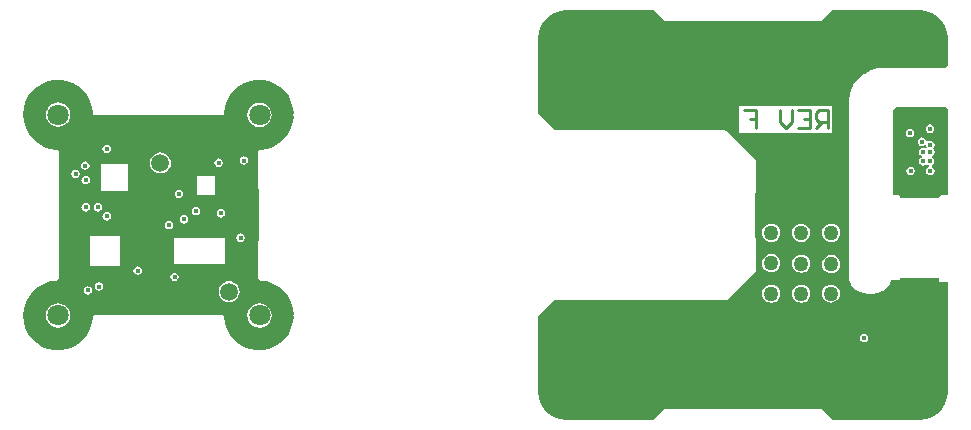
<source format=gbl>
G04 Layer_Physical_Order=4*
G04 Layer_Color=16711680*
%FSAX42Y42*%
%MOMM*%
G71*
G01*
G75*
%ADD23C,0.25*%
%ADD24C,4.10*%
%ADD25C,1.80*%
%ADD26C,1.50*%
%ADD28C,0.45*%
%ADD29C,1.27*%
G36*
X013432Y007396D02*
Y006669D01*
X013375D01*
X013365Y006665D01*
X013361Y006655D01*
Y006643D01*
X013032D01*
Y006655D01*
X013028Y006665D01*
X013019Y006669D01*
X012965D01*
Y007371D01*
X012966Y007381D01*
X012970Y007390D01*
X012975Y007397D01*
X012988Y007407D01*
X013003Y007413D01*
X013020Y007415D01*
X013414D01*
X013432Y007396D01*
D02*
G37*
G36*
X005974Y007636D02*
X006025Y007618D01*
X006072Y007591D01*
X006112Y007556D01*
X006146Y007514D01*
X006172Y007467D01*
X006189Y007415D01*
X006196Y007360D01*
X006197Y007358D01*
X006197Y007356D01*
X006198Y007355D01*
X006198Y007354D01*
X006199Y007353D01*
X006201Y007351D01*
X006202Y007350D01*
X006202Y007349D01*
X006204Y007348D01*
X006206Y007347D01*
X006207Y007347D01*
X006208Y007346D01*
X006210Y007346D01*
X006213Y007346D01*
X007288Y007346D01*
X007290Y007346D01*
X007292Y007346D01*
X007293Y007347D01*
X007294Y007347D01*
X007296Y007348D01*
X007298Y007349D01*
X007299Y007350D01*
X007300Y007351D01*
X007301Y007353D01*
X007302Y007354D01*
X007303Y007355D01*
X007303Y007356D01*
X007304Y007358D01*
X007304Y007360D01*
X007312Y007415D01*
X007328Y007466D01*
X007354Y007513D01*
X007388Y007555D01*
X007428Y007590D01*
X007475Y007617D01*
X007525Y007635D01*
X007578Y007643D01*
X007632Y007642D01*
X007684Y007632D01*
X007734Y007612D01*
X007779Y007583D01*
X007819Y007547D01*
X007851Y007504D01*
X007875Y007456D01*
X007889Y007404D01*
X007894Y007356D01*
X007894Y007356D01*
X007894Y007355D01*
X007893Y007354D01*
X007893Y007354D01*
X007893Y007353D01*
X007893Y007353D01*
X007893Y007352D01*
X007893Y007351D01*
X007893Y007351D01*
X007893Y007350D01*
X007893Y007350D01*
X007893Y007349D01*
X007893Y007349D01*
X007893Y007348D01*
X007893Y007347D01*
X007893Y007347D01*
X007893Y007346D01*
X007893Y007346D01*
X007893Y007345D01*
X007893Y007345D01*
X007893Y007344D01*
X007894Y007343D01*
X007894Y007343D01*
X007894Y007342D01*
X007889Y007292D01*
X007873Y007238D01*
X007847Y007188D01*
X007812Y007144D01*
X007769Y007108D01*
X007720Y007080D01*
X007667Y007062D01*
X007610Y007054D01*
X007608Y007053D01*
X007606Y007053D01*
X007605Y007052D01*
X007604Y007052D01*
X007602Y007051D01*
X007600Y007049D01*
X007600Y007048D01*
X007599Y007048D01*
X007598Y007046D01*
X007597Y007044D01*
X007596Y007043D01*
X007596Y007042D01*
X007596Y007040D01*
X007595Y007037D01*
Y006736D01*
X007595Y006736D01*
X007595Y006735D01*
X007595Y006734D01*
X007594Y006734D01*
X007594Y006733D01*
X007594Y006733D01*
X007594Y006732D01*
X007594Y006732D01*
X007594Y006731D01*
X007594Y006730D01*
X007593Y006730D01*
X007594Y006729D01*
X007593Y006729D01*
X007594Y006728D01*
X007593Y006727D01*
X007594Y006727D01*
X007593Y006726D01*
X007594Y006726D01*
X007594Y006725D01*
X007594Y006725D01*
X007594Y006724D01*
X007594Y006723D01*
X007594Y006723D01*
X007594Y006722D01*
X007594Y006722D01*
X007595Y006721D01*
X007595Y006721D01*
X007595Y006720D01*
X007595Y006719D01*
X007596Y006719D01*
X007596Y006719D01*
X007596Y006718D01*
X007597Y006718D01*
X007597Y006717D01*
X007597Y006717D01*
X007598Y006716D01*
X007598Y006716D01*
X007598Y006700D01*
X007598Y006700D01*
Y006655D01*
X007598Y006654D01*
X007597Y006285D01*
X007597Y006285D01*
X007597Y006285D01*
X007597Y006285D01*
X007596Y006284D01*
X007596Y006284D01*
X007596Y006283D01*
X007596Y006283D01*
X007595Y006282D01*
X007595Y006281D01*
X007595Y006281D01*
X007594Y006280D01*
X007594Y006280D01*
X007594Y006279D01*
X007594Y006279D01*
X007594Y006278D01*
X007594Y006277D01*
X007594Y006277D01*
X007594Y006276D01*
X007594Y006276D01*
X007594Y006275D01*
X007594Y006275D01*
X007594Y006274D01*
X007594Y006273D01*
X007594Y006273D01*
X007594Y006272D01*
X007594Y006272D01*
X007594Y006271D01*
X007594Y006271D01*
X007594Y006270D01*
X007594Y006269D01*
X007594Y006269D01*
X007594Y006268D01*
X007595Y006268D01*
X007595Y006267D01*
X007595Y006267D01*
X007595Y006266D01*
Y005962D01*
X007596Y005960D01*
X007596Y005958D01*
X007596Y005957D01*
X007597Y005956D01*
X007598Y005954D01*
X007599Y005952D01*
X007600Y005951D01*
X007600Y005950D01*
X007602Y005949D01*
X007604Y005948D01*
X007605Y005947D01*
X007606Y005947D01*
X007608Y005946D01*
X007610Y005946D01*
X007667Y005938D01*
X007720Y005920D01*
X007769Y005892D01*
X007812Y005856D01*
X007847Y005812D01*
X007873Y005762D01*
X007889Y005708D01*
X007894Y005657D01*
X007894Y005657D01*
X007894Y005657D01*
X007894Y005656D01*
X007893Y005655D01*
X007893Y005655D01*
X007893Y005654D01*
X007893Y005654D01*
X007893Y005653D01*
X007893Y005652D01*
X007893Y005652D01*
X007893Y005651D01*
X007893Y005651D01*
X007893Y005650D01*
X007893Y005650D01*
X007893Y005649D01*
X007893Y005648D01*
X007893Y005647D01*
X007893Y005647D01*
X007893Y005646D01*
X007893Y005646D01*
X007894Y005646D01*
X007894Y005645D01*
X007894Y005644D01*
X007894Y005644D01*
X007889Y005595D01*
X007875Y005544D01*
X007851Y005496D01*
X007819Y005453D01*
X007779Y005417D01*
X007734Y005388D01*
X007684Y005368D01*
X007632Y005357D01*
X007578Y005356D01*
X007525Y005365D01*
X007475Y005383D01*
X007428Y005410D01*
X007388Y005445D01*
X007354Y005487D01*
X007328Y005534D01*
X007312Y005585D01*
X007304Y005639D01*
X007304Y005641D01*
X007303Y005644D01*
X007303Y005645D01*
X007302Y005646D01*
X007301Y005647D01*
X007300Y005649D01*
X007299Y005650D01*
X007298Y005651D01*
X007296Y005652D01*
X007294Y005653D01*
X007293Y005653D01*
X007292Y005653D01*
X007290Y005654D01*
X007288Y005654D01*
X006213D01*
X006210Y005654D01*
X006208Y005653D01*
X006207Y005653D01*
X006206Y005653D01*
X006204Y005652D01*
X006202Y005651D01*
X006202Y005650D01*
X006201Y005649D01*
X006199Y005647D01*
X006198Y005646D01*
X006198Y005645D01*
X006197Y005644D01*
X006197Y005641D01*
X006196Y005639D01*
X006189Y005584D01*
X006172Y005533D01*
X006146Y005486D01*
X006112Y005444D01*
X006072Y005409D01*
X006025Y005382D01*
X005974Y005364D01*
X005921Y005355D01*
X005867Y005356D01*
X005814Y005367D01*
X005764Y005387D01*
X005719Y005416D01*
X005680Y005453D01*
X005647Y005496D01*
X005624Y005544D01*
X005609Y005596D01*
X005604Y005650D01*
X005610Y005706D01*
X005626Y005760D01*
X005652Y005810D01*
X005687Y005855D01*
X005730Y005892D01*
X005779Y005920D01*
X005832Y005938D01*
X005890Y005946D01*
X005892Y005946D01*
X005894Y005947D01*
X005895Y005947D01*
X005896Y005948D01*
X005898Y005949D01*
X005899Y005950D01*
X005900Y005951D01*
X005901Y005952D01*
X005902Y005954D01*
X005903Y005956D01*
X005903Y005957D01*
X005904Y005958D01*
X005904Y005960D01*
X005904Y005962D01*
Y007037D01*
X005904Y007040D01*
X005904Y007042D01*
X005903Y007043D01*
X005903Y007044D01*
X005902Y007046D01*
X005901Y007048D01*
X005900Y007048D01*
X005899Y007049D01*
X005898Y007051D01*
X005896Y007052D01*
X005895Y007052D01*
X005894Y007053D01*
X005892Y007053D01*
X005890Y007054D01*
X005832Y007062D01*
X005779Y007080D01*
X005730Y007108D01*
X005687Y007145D01*
X005652Y007189D01*
X005626Y007240D01*
X005610Y007294D01*
X005604Y007350D01*
X005609Y007404D01*
X005624Y007455D01*
X005647Y007504D01*
X005680Y007547D01*
X005719Y007584D01*
X005764Y007613D01*
X005814Y007633D01*
X005867Y007644D01*
X005921Y007645D01*
X005974Y007636D01*
D02*
G37*
G36*
X013251Y008227D02*
X013300Y008210D01*
X013345Y008182D01*
X013382Y008145D01*
X013409Y008101D01*
X013427Y008052D01*
X013432Y007999D01*
Y007770D01*
X013411Y007749D01*
X012897D01*
X012896Y007748D01*
X012895Y007748D01*
X012839Y007743D01*
X012838Y007742D01*
X012836Y007742D01*
X012782Y007726D01*
X012781Y007725D01*
X012779Y007725D01*
X012730Y007698D01*
X012728Y007697D01*
X012727Y007696D01*
X012684Y007661D01*
X012683Y007660D01*
X012682Y007660D01*
X012675Y007652D01*
X012674Y007651D01*
X012673Y007650D01*
X012633Y007598D01*
X012632Y007596D01*
X012631Y007595D01*
X012606Y007534D01*
X012606Y007532D01*
X012605Y007530D01*
X012596Y007465D01*
X012596Y007464D01*
X012596Y007462D01*
Y005971D01*
X012596Y005970D01*
X012596Y005969D01*
X012600Y005942D01*
X012601Y005940D01*
X012601Y005938D01*
X012611Y005913D01*
X012613Y005911D01*
X012614Y005909D01*
X012630Y005888D01*
X012632Y005886D01*
X012633Y005884D01*
X012669Y005857D01*
X012671Y005856D01*
X012673Y005855D01*
X012715Y005837D01*
X012717Y005837D01*
X012719Y005836D01*
X012764Y005830D01*
X012765Y005830D01*
X012766Y005830D01*
X012789D01*
X012790Y005830D01*
X012791Y005830D01*
X012833Y005836D01*
X012835Y005837D01*
X012838Y005837D01*
X012877Y005854D01*
X012879Y005855D01*
X012881Y005856D01*
X012915Y005882D01*
X012917Y005884D01*
X012918Y005885D01*
X012942Y005916D01*
X012943Y005918D01*
X012944Y005919D01*
X012956Y005948D01*
X013019D01*
X013028Y005952D01*
X013032Y005961D01*
Y005970D01*
X013361D01*
Y005944D01*
X013365Y005935D01*
X013375Y005931D01*
X013432D01*
Y005001D01*
X013427Y004948D01*
X013409Y004899D01*
X013382Y004855D01*
X013345Y004818D01*
X013300Y004790D01*
X013251Y004773D01*
X013198Y004767D01*
X012456D01*
X012367Y004856D01*
X012362Y004860D01*
X012355Y004861D01*
X011043D01*
X011037Y004860D01*
X011032Y004856D01*
X010942Y004767D01*
X010200D01*
X010147Y004773D01*
X010098Y004790D01*
X010054Y004818D01*
X010017Y004855D01*
X009989Y004899D01*
X009972Y004948D01*
X009966Y005001D01*
Y005643D01*
X010106Y005783D01*
X011557D01*
X011564Y005784D01*
X011569Y005788D01*
X011802Y006021D01*
X011806Y006026D01*
X011807Y006032D01*
Y006300D01*
X011806Y006306D01*
X011803Y006310D01*
Y006350D01*
X011801Y006355D01*
X011800Y006685D01*
X011804Y006688D01*
X011808Y006693D01*
X011809Y006700D01*
Y006957D01*
X011808Y006963D01*
X011804Y006969D01*
X011561Y007212D01*
X011556Y007215D01*
X011549Y007217D01*
X010106D01*
X009966Y007357D01*
Y007999D01*
X009972Y008052D01*
X009989Y008101D01*
X010017Y008145D01*
X010054Y008182D01*
X010098Y008210D01*
X010147Y008227D01*
X010200Y008233D01*
X010942D01*
X011032Y008144D01*
X011037Y008140D01*
X011043Y008139D01*
X012355D01*
X012362Y008140D01*
X012367Y008144D01*
X012456Y008233D01*
X013198D01*
X013251Y008227D01*
D02*
G37*
%LPC*%
G36*
X006426Y006325D02*
X006172D01*
Y006071D01*
X006426D01*
Y006325D01*
D02*
G37*
G36*
X007315Y006304D02*
X006883D01*
Y006088D01*
X007315D01*
Y006304D01*
D02*
G37*
G36*
X012446Y006160D02*
X012426Y006158D01*
X012408Y006150D01*
X012392Y006138D01*
X012379Y006122D01*
X012372Y006103D01*
X012369Y006083D01*
X012372Y006063D01*
X012379Y006045D01*
X012392Y006029D01*
X012408Y006017D01*
X012426Y006009D01*
X012446Y006006D01*
X012466Y006009D01*
X012484Y006017D01*
X012500Y006029D01*
X012513Y006045D01*
X012520Y006063D01*
X012523Y006083D01*
X012520Y006103D01*
X012513Y006122D01*
X012500Y006138D01*
X012484Y006150D01*
X012466Y006158D01*
X012446Y006160D01*
D02*
G37*
G36*
X012192Y006165D02*
X012172Y006163D01*
X012154Y006155D01*
X012138Y006143D01*
X012125Y006127D01*
X012118Y006108D01*
X012115Y006088D01*
X012118Y006068D01*
X012125Y006050D01*
X012138Y006034D01*
X012154Y006022D01*
X012172Y006014D01*
X012192Y006012D01*
X012212Y006014D01*
X012230Y006022D01*
X012246Y006034D01*
X012259Y006050D01*
X012266Y006068D01*
X012269Y006088D01*
X012266Y006108D01*
X012259Y006127D01*
X012246Y006143D01*
X012230Y006155D01*
X012212Y006163D01*
X012192Y006165D01*
D02*
G37*
G36*
X011938Y006170D02*
X011918Y006168D01*
X011900Y006160D01*
X011884Y006148D01*
X011871Y006132D01*
X011864Y006113D01*
X011861Y006093D01*
X011864Y006074D01*
X011871Y006055D01*
X011884Y006039D01*
X011900Y006027D01*
X011918Y006019D01*
X011938Y006017D01*
X011958Y006019D01*
X011976Y006027D01*
X011992Y006039D01*
X012005Y006055D01*
X012012Y006074D01*
X012015Y006093D01*
X012012Y006113D01*
X012005Y006132D01*
X011992Y006148D01*
X011976Y006160D01*
X011958Y006168D01*
X011938Y006170D01*
D02*
G37*
G36*
X007445Y006345D02*
X007431Y006343D01*
X007419Y006335D01*
X007412Y006323D01*
X007409Y006309D01*
X007412Y006296D01*
X007419Y006284D01*
X007431Y006276D01*
X007445Y006273D01*
X007458Y006276D01*
X007470Y006284D01*
X007478Y006296D01*
X007481Y006309D01*
X007478Y006323D01*
X007470Y006335D01*
X007458Y006343D01*
X007445Y006345D01*
D02*
G37*
G36*
X006840Y006449D02*
X006826Y006447D01*
X006815Y006439D01*
X006807Y006427D01*
X006804Y006414D01*
X006807Y006400D01*
X006815Y006388D01*
X006826Y006380D01*
X006840Y006378D01*
X006854Y006380D01*
X006866Y006388D01*
X006873Y006400D01*
X006876Y006414D01*
X006873Y006427D01*
X006866Y006439D01*
X006854Y006447D01*
X006840Y006449D01*
D02*
G37*
G36*
X012446Y006427D02*
X012426Y006424D01*
X012408Y006417D01*
X012392Y006404D01*
X012379Y006388D01*
X012372Y006370D01*
X012369Y006350D01*
X012372Y006330D01*
X012379Y006312D01*
X012392Y006296D01*
X012408Y006283D01*
X012426Y006276D01*
X012446Y006273D01*
X012466Y006276D01*
X012484Y006283D01*
X012500Y006296D01*
X012513Y006312D01*
X012520Y006330D01*
X012523Y006350D01*
X012520Y006370D01*
X012513Y006388D01*
X012500Y006404D01*
X012484Y006417D01*
X012466Y006424D01*
X012446Y006427D01*
D02*
G37*
G36*
X011938D02*
X011918Y006424D01*
X011900Y006417D01*
X011884Y006404D01*
X011871Y006388D01*
X011864Y006370D01*
X011861Y006350D01*
X011864Y006330D01*
X011871Y006312D01*
X011884Y006296D01*
X011900Y006283D01*
X011918Y006276D01*
X011938Y006273D01*
X011958Y006276D01*
X011976Y006283D01*
X011992Y006296D01*
X012005Y006312D01*
X012012Y006330D01*
X012015Y006350D01*
X012012Y006370D01*
X012005Y006388D01*
X011992Y006404D01*
X011976Y006417D01*
X011958Y006424D01*
X011938Y006427D01*
D02*
G37*
G36*
X012191D02*
X012171Y006424D01*
X012153Y006417D01*
X012137Y006404D01*
X012125Y006388D01*
X012117Y006370D01*
X012114Y006350D01*
X012117Y006330D01*
X012125Y006312D01*
X012137Y006296D01*
X012153Y006283D01*
X012171Y006276D01*
X012191Y006273D01*
X012211Y006276D01*
X012230Y006283D01*
X012245Y006296D01*
X012258Y006312D01*
X012265Y006330D01*
X012268Y006350D01*
X012265Y006370D01*
X012258Y006388D01*
X012245Y006404D01*
X012230Y006417D01*
X012211Y006424D01*
X012191Y006427D01*
D02*
G37*
G36*
X011938Y005911D02*
X011918Y005909D01*
X011900Y005901D01*
X011884Y005889D01*
X011871Y005873D01*
X011864Y005854D01*
X011861Y005835D01*
X011864Y005815D01*
X011871Y005796D01*
X011884Y005780D01*
X011900Y005768D01*
X011918Y005760D01*
X011938Y005758D01*
X011958Y005760D01*
X011976Y005768D01*
X011992Y005780D01*
X012005Y005796D01*
X012012Y005815D01*
X012015Y005835D01*
X012012Y005854D01*
X012005Y005873D01*
X011992Y005889D01*
X011976Y005901D01*
X011958Y005909D01*
X011938Y005911D01*
D02*
G37*
G36*
X012192D02*
X012172Y005909D01*
X012154Y005901D01*
X012138Y005889D01*
X012125Y005873D01*
X012118Y005854D01*
X012115Y005835D01*
X012118Y005815D01*
X012125Y005796D01*
X012138Y005780D01*
X012154Y005768D01*
X012172Y005760D01*
X012192Y005758D01*
X012212Y005760D01*
X012230Y005768D01*
X012246Y005780D01*
X012259Y005796D01*
X012266Y005815D01*
X012269Y005835D01*
X012266Y005854D01*
X012259Y005873D01*
X012246Y005889D01*
X012230Y005901D01*
X012212Y005909D01*
X012192Y005911D01*
D02*
G37*
G36*
X005900Y005754D02*
X005874Y005751D01*
X005849Y005740D01*
X005827Y005724D01*
X005811Y005702D01*
X005800Y005678D01*
X005797Y005651D01*
X005800Y005624D01*
X005811Y005599D01*
X005827Y005577D01*
X005849Y005561D01*
X005874Y005551D01*
X005900Y005547D01*
X005927Y005551D01*
X005952Y005561D01*
X005974Y005577D01*
X005990Y005599D01*
X006000Y005624D01*
X006004Y005651D01*
X006000Y005678D01*
X005990Y005702D01*
X005974Y005724D01*
X005952Y005740D01*
X005927Y005751D01*
X005900Y005754D01*
D02*
G37*
G36*
X012724Y005494D02*
X012711Y005491D01*
X012699Y005484D01*
X012691Y005472D01*
X012688Y005458D01*
X012691Y005445D01*
X012699Y005433D01*
X012711Y005425D01*
X012724Y005422D01*
X012738Y005425D01*
X012750Y005433D01*
X012758Y005445D01*
X012760Y005458D01*
X012758Y005472D01*
X012750Y005484D01*
X012738Y005491D01*
X012724Y005494D01*
D02*
G37*
G36*
X007606Y005754D02*
X007579Y005750D01*
X007554Y005740D01*
X007533Y005723D01*
X007516Y005702D01*
X007506Y005677D01*
X007502Y005650D01*
X007506Y005623D01*
X007516Y005598D01*
X007533Y005577D01*
X007554Y005560D01*
X007579Y005550D01*
X007606Y005546D01*
X007633Y005550D01*
X007658Y005560D01*
X007679Y005577D01*
X007696Y005598D01*
X007706Y005623D01*
X007710Y005650D01*
X007706Y005677D01*
X007696Y005702D01*
X007679Y005723D01*
X007658Y005740D01*
X007633Y005750D01*
X007606Y005754D01*
D02*
G37*
G36*
X012443Y005912D02*
X012424Y005910D01*
X012405Y005902D01*
X012389Y005890D01*
X012377Y005874D01*
X012369Y005855D01*
X012367Y005835D01*
X012369Y005816D01*
X012377Y005797D01*
X012389Y005781D01*
X012405Y005769D01*
X012424Y005761D01*
X012443Y005759D01*
X012463Y005761D01*
X012482Y005769D01*
X012498Y005781D01*
X012510Y005797D01*
X012518Y005816D01*
X012520Y005835D01*
X012518Y005855D01*
X012510Y005874D01*
X012498Y005890D01*
X012482Y005902D01*
X012463Y005910D01*
X012443Y005912D01*
D02*
G37*
G36*
X006886Y006013D02*
X006872Y006010D01*
X006861Y006002D01*
X006853Y005990D01*
X006850Y005977D01*
X006853Y005963D01*
X006861Y005951D01*
X006872Y005943D01*
X006886Y005941D01*
X006900Y005943D01*
X006911Y005951D01*
X006919Y005963D01*
X006922Y005977D01*
X006919Y005990D01*
X006911Y006002D01*
X006900Y006010D01*
X006886Y006013D01*
D02*
G37*
G36*
X006574Y006066D02*
X006560Y006063D01*
X006548Y006055D01*
X006540Y006044D01*
X006538Y006030D01*
X006540Y006016D01*
X006548Y006005D01*
X006560Y005997D01*
X006574Y005994D01*
X006587Y005997D01*
X006599Y006005D01*
X006607Y006016D01*
X006609Y006030D01*
X006607Y006044D01*
X006599Y006055D01*
X006587Y006063D01*
X006574Y006066D01*
D02*
G37*
G36*
X006246Y005931D02*
X006232Y005928D01*
X006220Y005921D01*
X006213Y005909D01*
X006210Y005895D01*
X006213Y005882D01*
X006220Y005870D01*
X006232Y005862D01*
X006246Y005859D01*
X006260Y005862D01*
X006271Y005870D01*
X006279Y005882D01*
X006282Y005895D01*
X006279Y005909D01*
X006271Y005921D01*
X006260Y005928D01*
X006246Y005931D01*
D02*
G37*
G36*
X007348Y005941D02*
X007325Y005938D01*
X007304Y005929D01*
X007286Y005915D01*
X007272Y005896D01*
X007263Y005875D01*
X007260Y005852D01*
X007263Y005829D01*
X007272Y005808D01*
X007286Y005790D01*
X007304Y005776D01*
X007325Y005767D01*
X007348Y005764D01*
X007371Y005767D01*
X007392Y005776D01*
X007411Y005790D01*
X007425Y005808D01*
X007434Y005829D01*
X007437Y005852D01*
X007434Y005875D01*
X007425Y005896D01*
X007411Y005915D01*
X007392Y005929D01*
X007371Y005938D01*
X007348Y005941D01*
D02*
G37*
G36*
X006152Y005898D02*
X006138Y005895D01*
X006127Y005888D01*
X006119Y005876D01*
X006116Y005862D01*
X006119Y005849D01*
X006127Y005837D01*
X006138Y005829D01*
X006152Y005826D01*
X006166Y005829D01*
X006177Y005837D01*
X006185Y005849D01*
X006188Y005862D01*
X006185Y005876D01*
X006177Y005888D01*
X006166Y005895D01*
X006152Y005898D01*
D02*
G37*
G36*
X006966Y006500D02*
X006953Y006497D01*
X006941Y006490D01*
X006933Y006478D01*
X006930Y006464D01*
X006933Y006450D01*
X006941Y006439D01*
X006953Y006431D01*
X006966Y006428D01*
X006980Y006431D01*
X006992Y006439D01*
X006999Y006450D01*
X007002Y006464D01*
X006999Y006478D01*
X006992Y006490D01*
X006980Y006497D01*
X006966Y006500D01*
D02*
G37*
G36*
X007473Y006998D02*
X007459Y006995D01*
X007447Y006988D01*
X007440Y006976D01*
X007437Y006962D01*
X007440Y006948D01*
X007447Y006937D01*
X007459Y006929D01*
X007473Y006926D01*
X007486Y006929D01*
X007498Y006937D01*
X007506Y006948D01*
X007509Y006962D01*
X007506Y006976D01*
X007498Y006988D01*
X007486Y006995D01*
X007473Y006998D01*
D02*
G37*
G36*
X006312Y007097D02*
X006298Y007094D01*
X006287Y007087D01*
X006279Y007075D01*
X006276Y007061D01*
X006279Y007047D01*
X006287Y007036D01*
X006298Y007028D01*
X006312Y007025D01*
X006326Y007028D01*
X006337Y007036D01*
X006345Y007047D01*
X006348Y007061D01*
X006345Y007075D01*
X006337Y007087D01*
X006326Y007094D01*
X006312Y007097D01*
D02*
G37*
G36*
X007259Y006980D02*
X007246Y006978D01*
X007234Y006970D01*
X007226Y006958D01*
X007223Y006944D01*
X007226Y006931D01*
X007234Y006919D01*
X007246Y006911D01*
X007259Y006908D01*
X007273Y006911D01*
X007285Y006919D01*
X007292Y006931D01*
X007295Y006944D01*
X007292Y006958D01*
X007285Y006970D01*
X007273Y006978D01*
X007259Y006980D01*
D02*
G37*
G36*
X006767Y007030D02*
X006744Y007027D01*
X006722Y007018D01*
X006704Y007004D01*
X006690Y006986D01*
X006681Y006965D01*
X006678Y006942D01*
X006681Y006919D01*
X006690Y006898D01*
X006704Y006879D01*
X006722Y006865D01*
X006744Y006856D01*
X006767Y006853D01*
X006789Y006856D01*
X006811Y006865D01*
X006829Y006879D01*
X006843Y006898D01*
X006852Y006919D01*
X006855Y006942D01*
X006852Y006965D01*
X006843Y006986D01*
X006829Y007004D01*
X006811Y007018D01*
X006789Y007027D01*
X006767Y007030D01*
D02*
G37*
G36*
X006132Y006955D02*
X006118Y006952D01*
X006106Y006944D01*
X006098Y006933D01*
X006096Y006919D01*
X006098Y006905D01*
X006106Y006894D01*
X006118Y006886D01*
X006132Y006883D01*
X006145Y006886D01*
X006157Y006894D01*
X006165Y006905D01*
X006167Y006919D01*
X006165Y006933D01*
X006157Y006944D01*
X006145Y006952D01*
X006132Y006955D01*
D02*
G37*
G36*
X013213Y007158D02*
X013199Y007155D01*
X013188Y007148D01*
X013180Y007136D01*
X013177Y007122D01*
X013180Y007108D01*
X013188Y007097D01*
X013199Y007089D01*
X013213Y007086D01*
X013227Y007089D01*
X013237Y007095D01*
X013239Y007095D01*
X013244Y007093D01*
X013249Y007090D01*
X013251Y007080D01*
X013257Y007073D01*
X013256Y007073D01*
X013246Y007062D01*
X013246Y007062D01*
X013240Y007066D01*
X013226Y007069D01*
X013212Y007066D01*
X013200Y007059D01*
X013193Y007047D01*
X013190Y007033D01*
X013193Y007020D01*
X013200Y007008D01*
X013211Y007001D01*
X013212Y006996D01*
Y006992D01*
X013211Y006987D01*
X013200Y006980D01*
X013193Y006968D01*
X013190Y006955D01*
X013193Y006941D01*
X013200Y006929D01*
X013212Y006921D01*
X013226Y006919D01*
X013240Y006921D01*
X013245Y006925D01*
X013258Y006929D01*
X013270Y006921D01*
X013272Y006920D01*
Y006907D01*
X013271Y006907D01*
X013259Y006899D01*
X013251Y006888D01*
X013249Y006874D01*
X013251Y006860D01*
X013259Y006849D01*
X013271Y006841D01*
X013285Y006838D01*
X013298Y006841D01*
X013310Y006849D01*
X013318Y006860D01*
X013321Y006874D01*
X013318Y006888D01*
X013310Y006899D01*
X013298Y006907D01*
X013296Y006908D01*
Y006921D01*
X013297Y006921D01*
X013309Y006929D01*
X013317Y006940D01*
X013320Y006954D01*
X013317Y006968D01*
X013309Y006979D01*
X013297Y006987D01*
X013296Y006987D01*
Y007000D01*
X013298Y007001D01*
X013310Y007009D01*
X013318Y007020D01*
X013321Y007034D01*
X013318Y007048D01*
X013313Y007055D01*
X013311Y007064D01*
X013313Y007073D01*
X013318Y007080D01*
X013321Y007094D01*
X013318Y007108D01*
X013310Y007120D01*
X013298Y007127D01*
X013285Y007130D01*
X013271Y007127D01*
X013261Y007121D01*
X013259Y007121D01*
X013254Y007123D01*
X013248Y007126D01*
X013246Y007136D01*
X013238Y007148D01*
X013227Y007155D01*
X013213Y007158D01*
D02*
G37*
G36*
X007606Y007453D02*
X007579Y007449D01*
X007554Y007439D01*
X007533Y007422D01*
X007516Y007401D01*
X007506Y007376D01*
X007502Y007349D01*
X007506Y007322D01*
X007516Y007297D01*
X007533Y007276D01*
X007554Y007260D01*
X007579Y007249D01*
X007606Y007246D01*
X007633Y007249D01*
X007658Y007260D01*
X007679Y007276D01*
X007696Y007297D01*
X007706Y007322D01*
X007710Y007349D01*
X007706Y007376D01*
X007696Y007401D01*
X007679Y007422D01*
X007658Y007439D01*
X007633Y007449D01*
X007606Y007453D01*
D02*
G37*
G36*
X005900Y007454D02*
X005874Y007450D01*
X005849Y007440D01*
X005827Y007423D01*
X005811Y007402D01*
X005800Y007377D01*
X005797Y007350D01*
X005800Y007323D01*
X005811Y007298D01*
X005827Y007277D01*
X005849Y007260D01*
X005874Y007250D01*
X005900Y007246D01*
X005927Y007250D01*
X005952Y007260D01*
X005974Y007277D01*
X005990Y007298D01*
X006000Y007323D01*
X006004Y007350D01*
X006000Y007377D01*
X005990Y007402D01*
X005974Y007423D01*
X005952Y007440D01*
X005927Y007450D01*
X005900Y007454D01*
D02*
G37*
G36*
X012454Y007424D02*
X011666D01*
Y007196D01*
X012454D01*
Y007424D01*
D02*
G37*
G36*
X013114Y007229D02*
X013100Y007226D01*
X013089Y007219D01*
X013081Y007207D01*
X013078Y007193D01*
X013081Y007180D01*
X013089Y007168D01*
X013100Y007160D01*
X013114Y007157D01*
X013128Y007160D01*
X013139Y007168D01*
X013147Y007180D01*
X013150Y007193D01*
X013147Y007207D01*
X013139Y007219D01*
X013128Y007226D01*
X013114Y007229D01*
D02*
G37*
G36*
X013282Y007267D02*
X013268Y007265D01*
X013256Y007257D01*
X013249Y007245D01*
X013246Y007231D01*
X013249Y007218D01*
X013256Y007206D01*
X013268Y007198D01*
X013282Y007195D01*
X013295Y007198D01*
X013307Y007206D01*
X013315Y007218D01*
X013318Y007231D01*
X013315Y007245D01*
X013307Y007257D01*
X013295Y007265D01*
X013282Y007267D01*
D02*
G37*
G36*
X006134Y006602D02*
X006120Y006599D01*
X006109Y006591D01*
X006101Y006580D01*
X006098Y006566D01*
X006101Y006552D01*
X006109Y006541D01*
X006120Y006533D01*
X006134Y006530D01*
X006148Y006533D01*
X006159Y006541D01*
X006167Y006552D01*
X006170Y006566D01*
X006167Y006580D01*
X006159Y006591D01*
X006148Y006599D01*
X006134Y006602D01*
D02*
G37*
G36*
X006236D02*
X006222Y006599D01*
X006210Y006591D01*
X006203Y006580D01*
X006200Y006566D01*
X006203Y006552D01*
X006210Y006541D01*
X006222Y006533D01*
X006236Y006530D01*
X006249Y006533D01*
X006261Y006541D01*
X006269Y006552D01*
X006272Y006566D01*
X006269Y006580D01*
X006261Y006591D01*
X006249Y006599D01*
X006236Y006602D01*
D02*
G37*
G36*
X007069Y006569D02*
X007055Y006566D01*
X007043Y006558D01*
X007036Y006547D01*
X007033Y006533D01*
X007036Y006519D01*
X007043Y006508D01*
X007055Y006500D01*
X007069Y006497D01*
X007083Y006500D01*
X007094Y006508D01*
X007102Y006519D01*
X007105Y006533D01*
X007102Y006547D01*
X007094Y006558D01*
X007083Y006566D01*
X007069Y006569D01*
D02*
G37*
G36*
X006312Y006526D02*
X006298Y006523D01*
X006287Y006515D01*
X006279Y006503D01*
X006276Y006490D01*
X006279Y006476D01*
X006287Y006464D01*
X006298Y006457D01*
X006312Y006454D01*
X006326Y006457D01*
X006337Y006464D01*
X006345Y006476D01*
X006348Y006490D01*
X006345Y006503D01*
X006337Y006515D01*
X006326Y006523D01*
X006312Y006526D01*
D02*
G37*
G36*
X007277Y006551D02*
X007264Y006548D01*
X007252Y006540D01*
X007244Y006529D01*
X007242Y006515D01*
X007244Y006501D01*
X007252Y006489D01*
X007264Y006482D01*
X007277Y006479D01*
X007291Y006482D01*
X007303Y006489D01*
X007311Y006501D01*
X007313Y006515D01*
X007311Y006529D01*
X007303Y006540D01*
X007291Y006548D01*
X007277Y006551D01*
D02*
G37*
G36*
X006921Y006716D02*
X006908Y006713D01*
X006896Y006706D01*
X006888Y006694D01*
X006886Y006680D01*
X006888Y006666D01*
X006896Y006655D01*
X006908Y006647D01*
X006921Y006644D01*
X006935Y006647D01*
X006947Y006655D01*
X006955Y006666D01*
X006957Y006680D01*
X006955Y006694D01*
X006947Y006706D01*
X006935Y006713D01*
X006921Y006716D01*
D02*
G37*
G36*
X006048Y006884D02*
X006034Y006881D01*
X006022Y006873D01*
X006015Y006862D01*
X006012Y006848D01*
X006015Y006834D01*
X006022Y006822D01*
X006034Y006815D01*
X006048Y006812D01*
X006061Y006815D01*
X006073Y006822D01*
X006081Y006834D01*
X006084Y006848D01*
X006081Y006862D01*
X006073Y006873D01*
X006061Y006881D01*
X006048Y006884D01*
D02*
G37*
G36*
X013118Y006910D02*
X013105Y006907D01*
X013093Y006899D01*
X013085Y006888D01*
X013082Y006874D01*
X013085Y006860D01*
X013093Y006849D01*
X013105Y006841D01*
X013118Y006838D01*
X013132Y006841D01*
X013144Y006849D01*
X013151Y006860D01*
X013154Y006874D01*
X013151Y006888D01*
X013144Y006899D01*
X013132Y006907D01*
X013118Y006910D01*
D02*
G37*
G36*
X006134Y006830D02*
X006120Y006828D01*
X006109Y006820D01*
X006101Y006808D01*
X006098Y006794D01*
X006101Y006781D01*
X006109Y006769D01*
X006120Y006761D01*
X006134Y006759D01*
X006148Y006761D01*
X006159Y006769D01*
X006167Y006781D01*
X006170Y006794D01*
X006167Y006808D01*
X006159Y006820D01*
X006148Y006828D01*
X006134Y006830D01*
D02*
G37*
G36*
X007226Y006833D02*
X007074D01*
Y006668D01*
X007226D01*
Y006833D01*
D02*
G37*
G36*
X006490Y006934D02*
X006261D01*
Y006706D01*
X006490D01*
Y006934D01*
D02*
G37*
%LPD*%
D23*
X012416Y007234D02*
Y007386D01*
X012339D01*
X012314Y007361D01*
Y007310D01*
X012339Y007285D01*
X012416D01*
X012365D02*
X012314Y007234D01*
X012162Y007386D02*
X012263D01*
Y007234D01*
X012162D01*
X012263Y007310D02*
X012212D01*
X012111Y007386D02*
Y007285D01*
X012060Y007234D01*
X012009Y007285D01*
Y007386D01*
X011705D02*
X011806D01*
Y007310D01*
X011755D01*
X011806D01*
Y007234D01*
D24*
X010200Y008000D02*
D03*
X013200Y005000D02*
D03*
Y008000D02*
D03*
X010200Y005000D02*
D03*
D25*
X005900Y007350D02*
D03*
X007606Y007349D02*
D03*
Y005650D02*
D03*
X005900Y005651D02*
D03*
D26*
X006037Y005780D02*
D03*
X006767Y006942D02*
D03*
X007348Y005852D02*
D03*
D28*
X006840Y006414D02*
D03*
X013395Y007381D02*
D03*
X013295D02*
D03*
X013199D02*
D03*
X013100D02*
D03*
X013005D02*
D03*
X012309Y005613D02*
D03*
X012248Y005478D02*
D03*
X012497Y005466D02*
D03*
X012724Y005458D02*
D03*
X013118Y006874D02*
D03*
X013285D02*
D03*
X013213Y007122D02*
D03*
X013226Y007033D02*
D03*
Y006955D02*
D03*
X013284Y006954D02*
D03*
X013285Y007034D02*
D03*
X013114Y007193D02*
D03*
X013285Y007094D02*
D03*
X012890Y005801D02*
D03*
X006952Y006604D02*
D03*
X006921Y006680D02*
D03*
X007277Y006515D02*
D03*
X007445Y006309D02*
D03*
X006966Y006464D02*
D03*
X007473Y006962D02*
D03*
X007379Y006700D02*
D03*
X006706Y007079D02*
D03*
X007069Y006533D02*
D03*
X006048Y006848D02*
D03*
X006134Y006794D02*
D03*
X006312Y006490D02*
D03*
X006134Y006566D02*
D03*
X006312Y007061D02*
D03*
X006550Y005700D02*
D03*
X006750D02*
D03*
X013250Y005500D02*
D03*
X006132Y006919D02*
D03*
X006782Y006617D02*
D03*
X006604Y006327D02*
D03*
X006236Y006566D02*
D03*
X006152Y005862D02*
D03*
X006652Y006218D02*
D03*
X006886Y005977D02*
D03*
X006574Y006030D02*
D03*
X006713Y005773D02*
D03*
X006472Y005885D02*
D03*
X006246Y005895D02*
D03*
X007259Y006944D02*
D03*
X006124Y007031D02*
D03*
X007100Y006964D02*
D03*
X007402Y006800D02*
D03*
X010250Y007500D02*
D03*
X010500D02*
D03*
X012000Y005250D02*
D03*
X012250D02*
D03*
X011500D02*
D03*
X011250D02*
D03*
X011750D02*
D03*
X011000D02*
D03*
X010750D02*
D03*
X010500D02*
D03*
X012250Y005000D02*
D03*
X012000D02*
D03*
X011750D02*
D03*
X012500D02*
D03*
X011250D02*
D03*
X011500D02*
D03*
X010750D02*
D03*
X010500D02*
D03*
X011000D02*
D03*
X012750D02*
D03*
X013000Y005250D02*
D03*
X012750D02*
D03*
X012500D02*
D03*
X012000Y005500D02*
D03*
X011500D02*
D03*
X011250D02*
D03*
X010750D02*
D03*
X011000D02*
D03*
X011750D02*
D03*
X010500D02*
D03*
X010250D02*
D03*
X010750Y007500D02*
D03*
X011000D02*
D03*
X011250D02*
D03*
X011500D02*
D03*
X011750D02*
D03*
X012000D02*
D03*
X012250D02*
D03*
X012500D02*
D03*
X012750Y007750D02*
D03*
X012500D02*
D03*
X012250D02*
D03*
X012000D02*
D03*
X011750D02*
D03*
X011500D02*
D03*
X011250D02*
D03*
X011000D02*
D03*
X010750D02*
D03*
X010500D02*
D03*
X012750Y008000D02*
D03*
X012500D02*
D03*
X012250D02*
D03*
X012000D02*
D03*
X011750D02*
D03*
X011500D02*
D03*
X011250D02*
D03*
X011000D02*
D03*
X010750D02*
D03*
X010500D02*
D03*
X006642Y006909D02*
D03*
Y006756D02*
D03*
X013282Y007231D02*
D03*
X007074Y005911D02*
D03*
X006650Y005700D02*
D03*
X006450D02*
D03*
X006350D02*
D03*
X006250D02*
D03*
X006150D02*
D03*
X006050D02*
D03*
X005950Y006500D02*
D03*
Y006400D02*
D03*
Y006600D02*
D03*
Y006300D02*
D03*
Y006100D02*
D03*
Y006200D02*
D03*
Y006000D02*
D03*
Y005900D02*
D03*
Y005800D02*
D03*
Y006700D02*
D03*
Y006800D02*
D03*
Y006900D02*
D03*
Y007000D02*
D03*
Y007100D02*
D03*
Y007200D02*
D03*
X006050Y007300D02*
D03*
X006150D02*
D03*
X006250D02*
D03*
X006350D02*
D03*
X006450D02*
D03*
X006550D02*
D03*
X006650D02*
D03*
X006750D02*
D03*
X006850D02*
D03*
X006950D02*
D03*
X007050D02*
D03*
X007150D02*
D03*
X007250D02*
D03*
X007350D02*
D03*
X007450D02*
D03*
X007550Y007200D02*
D03*
Y007100D02*
D03*
Y007000D02*
D03*
Y006900D02*
D03*
Y006100D02*
D03*
Y006000D02*
D03*
Y005900D02*
D03*
Y005800D02*
D03*
X007450Y005700D02*
D03*
X007350D02*
D03*
X007250D02*
D03*
X007150D02*
D03*
X007050D02*
D03*
X006950D02*
D03*
X006850D02*
D03*
D29*
X012446Y006083D02*
D03*
X012192Y005835D02*
D03*
X012446Y006350D02*
D03*
X012443Y005835D02*
D03*
X012191Y006350D02*
D03*
X012443Y006600D02*
D03*
X012192Y006088D02*
D03*
X011938Y006093D02*
D03*
Y005835D02*
D03*
Y006350D02*
D03*
M02*

</source>
